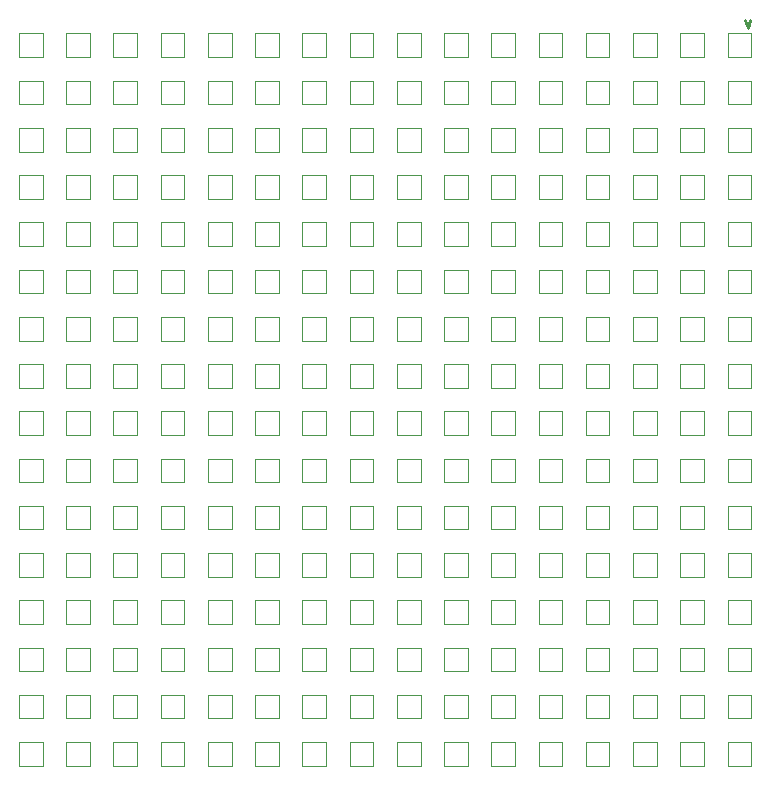
<source format=gbr>
G04 #@! TF.FileFunction,Legend,Top*
%FSLAX46Y46*%
G04 Gerber Fmt 4.6, Leading zero omitted, Abs format (unit mm)*
G04 Created by KiCad (PCBNEW 4.0.7) date 05/12/18 12:12:21*
%MOMM*%
%LPD*%
G01*
G04 APERTURE LIST*
%ADD10C,0.100000*%
%ADD11C,0.250000*%
G04 APERTURE END LIST*
D10*
D11*
X164961905Y-102375714D02*
X165200000Y-103042381D01*
X165438096Y-102375714D01*
D10*
X109500000Y-131500000D02*
X109500000Y-133500000D01*
X107500000Y-131500000D02*
X109500000Y-131500000D01*
X107500000Y-133500000D02*
X107500000Y-131500000D01*
X109500000Y-133500000D02*
X107500000Y-133500000D01*
X125500000Y-127500000D02*
X125500000Y-129500000D01*
X123500000Y-127500000D02*
X125500000Y-127500000D01*
X123500000Y-129500000D02*
X123500000Y-127500000D01*
X125500000Y-129500000D02*
X123500000Y-129500000D01*
X161500000Y-123500000D02*
X161500000Y-125500000D01*
X159500000Y-123500000D02*
X161500000Y-123500000D01*
X159500000Y-125500000D02*
X159500000Y-123500000D01*
X161500000Y-125500000D02*
X159500000Y-125500000D01*
X121500000Y-107500000D02*
X121500000Y-109500000D01*
X119500000Y-107500000D02*
X121500000Y-107500000D01*
X119500000Y-109500000D02*
X119500000Y-107500000D01*
X121500000Y-109500000D02*
X119500000Y-109500000D01*
X105500000Y-103500000D02*
X105500000Y-105500000D01*
X103500000Y-103500000D02*
X105500000Y-103500000D01*
X103500000Y-105500000D02*
X103500000Y-103500000D01*
X105500000Y-105500000D02*
X103500000Y-105500000D01*
X109500000Y-103500000D02*
X109500000Y-105500000D01*
X107500000Y-103500000D02*
X109500000Y-103500000D01*
X107500000Y-105500000D02*
X107500000Y-103500000D01*
X109500000Y-105500000D02*
X107500000Y-105500000D01*
X113500000Y-103500000D02*
X113500000Y-105500000D01*
X111500000Y-103500000D02*
X113500000Y-103500000D01*
X111500000Y-105500000D02*
X111500000Y-103500000D01*
X113500000Y-105500000D02*
X111500000Y-105500000D01*
X117500000Y-103500000D02*
X117500000Y-105500000D01*
X115500000Y-103500000D02*
X117500000Y-103500000D01*
X115500000Y-105500000D02*
X115500000Y-103500000D01*
X117500000Y-105500000D02*
X115500000Y-105500000D01*
X121500000Y-103500000D02*
X121500000Y-105500000D01*
X119500000Y-103500000D02*
X121500000Y-103500000D01*
X119500000Y-105500000D02*
X119500000Y-103500000D01*
X121500000Y-105500000D02*
X119500000Y-105500000D01*
X125500000Y-103500000D02*
X125500000Y-105500000D01*
X123500000Y-103500000D02*
X125500000Y-103500000D01*
X123500000Y-105500000D02*
X123500000Y-103500000D01*
X125500000Y-105500000D02*
X123500000Y-105500000D01*
X129500000Y-103500000D02*
X129500000Y-105500000D01*
X127500000Y-103500000D02*
X129500000Y-103500000D01*
X127500000Y-105500000D02*
X127500000Y-103500000D01*
X129500000Y-105500000D02*
X127500000Y-105500000D01*
X133500000Y-103500000D02*
X133500000Y-105500000D01*
X131500000Y-103500000D02*
X133500000Y-103500000D01*
X131500000Y-105500000D02*
X131500000Y-103500000D01*
X133500000Y-105500000D02*
X131500000Y-105500000D01*
X137500000Y-103500000D02*
X137500000Y-105500000D01*
X135500000Y-103500000D02*
X137500000Y-103500000D01*
X135500000Y-105500000D02*
X135500000Y-103500000D01*
X137500000Y-105500000D02*
X135500000Y-105500000D01*
X141500000Y-103500000D02*
X141500000Y-105500000D01*
X139500000Y-103500000D02*
X141500000Y-103500000D01*
X139500000Y-105500000D02*
X139500000Y-103500000D01*
X141500000Y-105500000D02*
X139500000Y-105500000D01*
X145500000Y-103500000D02*
X145500000Y-105500000D01*
X143500000Y-103500000D02*
X145500000Y-103500000D01*
X143500000Y-105500000D02*
X143500000Y-103500000D01*
X145500000Y-105500000D02*
X143500000Y-105500000D01*
X149500000Y-103500000D02*
X149500000Y-105500000D01*
X147500000Y-103500000D02*
X149500000Y-103500000D01*
X147500000Y-105500000D02*
X147500000Y-103500000D01*
X149500000Y-105500000D02*
X147500000Y-105500000D01*
X153500000Y-103500000D02*
X153500000Y-105500000D01*
X151500000Y-103500000D02*
X153500000Y-103500000D01*
X151500000Y-105500000D02*
X151500000Y-103500000D01*
X153500000Y-105500000D02*
X151500000Y-105500000D01*
X157500000Y-103500000D02*
X157500000Y-105500000D01*
X155500000Y-103500000D02*
X157500000Y-103500000D01*
X155500000Y-105500000D02*
X155500000Y-103500000D01*
X157500000Y-105500000D02*
X155500000Y-105500000D01*
X161500000Y-103500000D02*
X161500000Y-105500000D01*
X159500000Y-103500000D02*
X161500000Y-103500000D01*
X159500000Y-105500000D02*
X159500000Y-103500000D01*
X161500000Y-105500000D02*
X159500000Y-105500000D01*
X165500000Y-103500000D02*
X165500000Y-105500000D01*
X163500000Y-103500000D02*
X165500000Y-103500000D01*
X163500000Y-105500000D02*
X163500000Y-103500000D01*
X165500000Y-105500000D02*
X163500000Y-105500000D01*
X105500000Y-107500000D02*
X105500000Y-109500000D01*
X103500000Y-107500000D02*
X105500000Y-107500000D01*
X103500000Y-109500000D02*
X103500000Y-107500000D01*
X105500000Y-109500000D02*
X103500000Y-109500000D01*
X109500000Y-107500000D02*
X109500000Y-109500000D01*
X107500000Y-107500000D02*
X109500000Y-107500000D01*
X107500000Y-109500000D02*
X107500000Y-107500000D01*
X109500000Y-109500000D02*
X107500000Y-109500000D01*
X113500000Y-107500000D02*
X113500000Y-109500000D01*
X111500000Y-107500000D02*
X113500000Y-107500000D01*
X111500000Y-109500000D02*
X111500000Y-107500000D01*
X113500000Y-109500000D02*
X111500000Y-109500000D01*
X117500000Y-107500000D02*
X117500000Y-109500000D01*
X115500000Y-107500000D02*
X117500000Y-107500000D01*
X115500000Y-109500000D02*
X115500000Y-107500000D01*
X117500000Y-109500000D02*
X115500000Y-109500000D01*
X125500000Y-107500000D02*
X125500000Y-109500000D01*
X123500000Y-107500000D02*
X125500000Y-107500000D01*
X123500000Y-109500000D02*
X123500000Y-107500000D01*
X125500000Y-109500000D02*
X123500000Y-109500000D01*
X129500000Y-107500000D02*
X129500000Y-109500000D01*
X127500000Y-107500000D02*
X129500000Y-107500000D01*
X127500000Y-109500000D02*
X127500000Y-107500000D01*
X129500000Y-109500000D02*
X127500000Y-109500000D01*
X133500000Y-107500000D02*
X133500000Y-109500000D01*
X131500000Y-107500000D02*
X133500000Y-107500000D01*
X131500000Y-109500000D02*
X131500000Y-107500000D01*
X133500000Y-109500000D02*
X131500000Y-109500000D01*
X137500000Y-107500000D02*
X137500000Y-109500000D01*
X135500000Y-107500000D02*
X137500000Y-107500000D01*
X135500000Y-109500000D02*
X135500000Y-107500000D01*
X137500000Y-109500000D02*
X135500000Y-109500000D01*
X141500000Y-107500000D02*
X141500000Y-109500000D01*
X139500000Y-107500000D02*
X141500000Y-107500000D01*
X139500000Y-109500000D02*
X139500000Y-107500000D01*
X141500000Y-109500000D02*
X139500000Y-109500000D01*
X145500000Y-107500000D02*
X145500000Y-109500000D01*
X143500000Y-107500000D02*
X145500000Y-107500000D01*
X143500000Y-109500000D02*
X143500000Y-107500000D01*
X145500000Y-109500000D02*
X143500000Y-109500000D01*
X149500000Y-107500000D02*
X149500000Y-109500000D01*
X147500000Y-107500000D02*
X149500000Y-107500000D01*
X147500000Y-109500000D02*
X147500000Y-107500000D01*
X149500000Y-109500000D02*
X147500000Y-109500000D01*
X153500000Y-107500000D02*
X153500000Y-109500000D01*
X151500000Y-107500000D02*
X153500000Y-107500000D01*
X151500000Y-109500000D02*
X151500000Y-107500000D01*
X153500000Y-109500000D02*
X151500000Y-109500000D01*
X157500000Y-107500000D02*
X157500000Y-109500000D01*
X155500000Y-107500000D02*
X157500000Y-107500000D01*
X155500000Y-109500000D02*
X155500000Y-107500000D01*
X157500000Y-109500000D02*
X155500000Y-109500000D01*
X161500000Y-107500000D02*
X161500000Y-109500000D01*
X159500000Y-107500000D02*
X161500000Y-107500000D01*
X159500000Y-109500000D02*
X159500000Y-107500000D01*
X161500000Y-109500000D02*
X159500000Y-109500000D01*
X165500000Y-107500000D02*
X165500000Y-109500000D01*
X163500000Y-107500000D02*
X165500000Y-107500000D01*
X163500000Y-109500000D02*
X163500000Y-107500000D01*
X165500000Y-109500000D02*
X163500000Y-109500000D01*
X105500000Y-111500000D02*
X105500000Y-113500000D01*
X103500000Y-111500000D02*
X105500000Y-111500000D01*
X103500000Y-113500000D02*
X103500000Y-111500000D01*
X105500000Y-113500000D02*
X103500000Y-113500000D01*
X109500000Y-111500000D02*
X109500000Y-113500000D01*
X107500000Y-111500000D02*
X109500000Y-111500000D01*
X107500000Y-113500000D02*
X107500000Y-111500000D01*
X109500000Y-113500000D02*
X107500000Y-113500000D01*
X113500000Y-111500000D02*
X113500000Y-113500000D01*
X111500000Y-111500000D02*
X113500000Y-111500000D01*
X111500000Y-113500000D02*
X111500000Y-111500000D01*
X113500000Y-113500000D02*
X111500000Y-113500000D01*
X117500000Y-111500000D02*
X117500000Y-113500000D01*
X115500000Y-111500000D02*
X117500000Y-111500000D01*
X115500000Y-113500000D02*
X115500000Y-111500000D01*
X117500000Y-113500000D02*
X115500000Y-113500000D01*
X121500000Y-111500000D02*
X121500000Y-113500000D01*
X119500000Y-111500000D02*
X121500000Y-111500000D01*
X119500000Y-113500000D02*
X119500000Y-111500000D01*
X121500000Y-113500000D02*
X119500000Y-113500000D01*
X125500000Y-111500000D02*
X125500000Y-113500000D01*
X123500000Y-111500000D02*
X125500000Y-111500000D01*
X123500000Y-113500000D02*
X123500000Y-111500000D01*
X125500000Y-113500000D02*
X123500000Y-113500000D01*
X129500000Y-111500000D02*
X129500000Y-113500000D01*
X127500000Y-111500000D02*
X129500000Y-111500000D01*
X127500000Y-113500000D02*
X127500000Y-111500000D01*
X129500000Y-113500000D02*
X127500000Y-113500000D01*
X133500000Y-111500000D02*
X133500000Y-113500000D01*
X131500000Y-111500000D02*
X133500000Y-111500000D01*
X131500000Y-113500000D02*
X131500000Y-111500000D01*
X133500000Y-113500000D02*
X131500000Y-113500000D01*
X137500000Y-111500000D02*
X137500000Y-113500000D01*
X135500000Y-111500000D02*
X137500000Y-111500000D01*
X135500000Y-113500000D02*
X135500000Y-111500000D01*
X137500000Y-113500000D02*
X135500000Y-113500000D01*
X141500000Y-111500000D02*
X141500000Y-113500000D01*
X139500000Y-111500000D02*
X141500000Y-111500000D01*
X139500000Y-113500000D02*
X139500000Y-111500000D01*
X141500000Y-113500000D02*
X139500000Y-113500000D01*
X145500000Y-111500000D02*
X145500000Y-113500000D01*
X143500000Y-111500000D02*
X145500000Y-111500000D01*
X143500000Y-113500000D02*
X143500000Y-111500000D01*
X145500000Y-113500000D02*
X143500000Y-113500000D01*
X149500000Y-111500000D02*
X149500000Y-113500000D01*
X147500000Y-111500000D02*
X149500000Y-111500000D01*
X147500000Y-113500000D02*
X147500000Y-111500000D01*
X149500000Y-113500000D02*
X147500000Y-113500000D01*
X153500000Y-111500000D02*
X153500000Y-113500000D01*
X151500000Y-111500000D02*
X153500000Y-111500000D01*
X151500000Y-113500000D02*
X151500000Y-111500000D01*
X153500000Y-113500000D02*
X151500000Y-113500000D01*
X157500000Y-111500000D02*
X157500000Y-113500000D01*
X155500000Y-111500000D02*
X157500000Y-111500000D01*
X155500000Y-113500000D02*
X155500000Y-111500000D01*
X157500000Y-113500000D02*
X155500000Y-113500000D01*
X161500000Y-111500000D02*
X161500000Y-113500000D01*
X159500000Y-111500000D02*
X161500000Y-111500000D01*
X159500000Y-113500000D02*
X159500000Y-111500000D01*
X161500000Y-113500000D02*
X159500000Y-113500000D01*
X165500000Y-111500000D02*
X165500000Y-113500000D01*
X163500000Y-111500000D02*
X165500000Y-111500000D01*
X163500000Y-113500000D02*
X163500000Y-111500000D01*
X165500000Y-113500000D02*
X163500000Y-113500000D01*
X105500000Y-115500000D02*
X105500000Y-117500000D01*
X103500000Y-115500000D02*
X105500000Y-115500000D01*
X103500000Y-117500000D02*
X103500000Y-115500000D01*
X105500000Y-117500000D02*
X103500000Y-117500000D01*
X109500000Y-115500000D02*
X109500000Y-117500000D01*
X107500000Y-115500000D02*
X109500000Y-115500000D01*
X107500000Y-117500000D02*
X107500000Y-115500000D01*
X109500000Y-117500000D02*
X107500000Y-117500000D01*
X113500000Y-115500000D02*
X113500000Y-117500000D01*
X111500000Y-115500000D02*
X113500000Y-115500000D01*
X111500000Y-117500000D02*
X111500000Y-115500000D01*
X113500000Y-117500000D02*
X111500000Y-117500000D01*
X117500000Y-115500000D02*
X117500000Y-117500000D01*
X115500000Y-115500000D02*
X117500000Y-115500000D01*
X115500000Y-117500000D02*
X115500000Y-115500000D01*
X117500000Y-117500000D02*
X115500000Y-117500000D01*
X121500000Y-115500000D02*
X121500000Y-117500000D01*
X119500000Y-115500000D02*
X121500000Y-115500000D01*
X119500000Y-117500000D02*
X119500000Y-115500000D01*
X121500000Y-117500000D02*
X119500000Y-117500000D01*
X125500000Y-115500000D02*
X125500000Y-117500000D01*
X123500000Y-115500000D02*
X125500000Y-115500000D01*
X123500000Y-117500000D02*
X123500000Y-115500000D01*
X125500000Y-117500000D02*
X123500000Y-117500000D01*
X129500000Y-115500000D02*
X129500000Y-117500000D01*
X127500000Y-115500000D02*
X129500000Y-115500000D01*
X127500000Y-117500000D02*
X127500000Y-115500000D01*
X129500000Y-117500000D02*
X127500000Y-117500000D01*
X133500000Y-115500000D02*
X133500000Y-117500000D01*
X131500000Y-115500000D02*
X133500000Y-115500000D01*
X131500000Y-117500000D02*
X131500000Y-115500000D01*
X133500000Y-117500000D02*
X131500000Y-117500000D01*
X137500000Y-115500000D02*
X137500000Y-117500000D01*
X135500000Y-115500000D02*
X137500000Y-115500000D01*
X135500000Y-117500000D02*
X135500000Y-115500000D01*
X137500000Y-117500000D02*
X135500000Y-117500000D01*
X141500000Y-115500000D02*
X141500000Y-117500000D01*
X139500000Y-115500000D02*
X141500000Y-115500000D01*
X139500000Y-117500000D02*
X139500000Y-115500000D01*
X141500000Y-117500000D02*
X139500000Y-117500000D01*
X145500000Y-115500000D02*
X145500000Y-117500000D01*
X143500000Y-115500000D02*
X145500000Y-115500000D01*
X143500000Y-117500000D02*
X143500000Y-115500000D01*
X145500000Y-117500000D02*
X143500000Y-117500000D01*
X149500000Y-115500000D02*
X149500000Y-117500000D01*
X147500000Y-115500000D02*
X149500000Y-115500000D01*
X147500000Y-117500000D02*
X147500000Y-115500000D01*
X149500000Y-117500000D02*
X147500000Y-117500000D01*
X153500000Y-115500000D02*
X153500000Y-117500000D01*
X151500000Y-115500000D02*
X153500000Y-115500000D01*
X151500000Y-117500000D02*
X151500000Y-115500000D01*
X153500000Y-117500000D02*
X151500000Y-117500000D01*
X157500000Y-115500000D02*
X157500000Y-117500000D01*
X155500000Y-115500000D02*
X157500000Y-115500000D01*
X155500000Y-117500000D02*
X155500000Y-115500000D01*
X157500000Y-117500000D02*
X155500000Y-117500000D01*
X161500000Y-115500000D02*
X161500000Y-117500000D01*
X159500000Y-115500000D02*
X161500000Y-115500000D01*
X159500000Y-117500000D02*
X159500000Y-115500000D01*
X161500000Y-117500000D02*
X159500000Y-117500000D01*
X165500000Y-115500000D02*
X165500000Y-117500000D01*
X163500000Y-115500000D02*
X165500000Y-115500000D01*
X163500000Y-117500000D02*
X163500000Y-115500000D01*
X165500000Y-117500000D02*
X163500000Y-117500000D01*
X105500000Y-119500000D02*
X105500000Y-121500000D01*
X103500000Y-119500000D02*
X105500000Y-119500000D01*
X103500000Y-121500000D02*
X103500000Y-119500000D01*
X105500000Y-121500000D02*
X103500000Y-121500000D01*
X109500000Y-119500000D02*
X109500000Y-121500000D01*
X107500000Y-119500000D02*
X109500000Y-119500000D01*
X107500000Y-121500000D02*
X107500000Y-119500000D01*
X109500000Y-121500000D02*
X107500000Y-121500000D01*
X113500000Y-119500000D02*
X113500000Y-121500000D01*
X111500000Y-119500000D02*
X113500000Y-119500000D01*
X111500000Y-121500000D02*
X111500000Y-119500000D01*
X113500000Y-121500000D02*
X111500000Y-121500000D01*
X117500000Y-119500000D02*
X117500000Y-121500000D01*
X115500000Y-119500000D02*
X117500000Y-119500000D01*
X115500000Y-121500000D02*
X115500000Y-119500000D01*
X117500000Y-121500000D02*
X115500000Y-121500000D01*
X121500000Y-119500000D02*
X121500000Y-121500000D01*
X119500000Y-119500000D02*
X121500000Y-119500000D01*
X119500000Y-121500000D02*
X119500000Y-119500000D01*
X121500000Y-121500000D02*
X119500000Y-121500000D01*
X125500000Y-119500000D02*
X125500000Y-121500000D01*
X123500000Y-119500000D02*
X125500000Y-119500000D01*
X123500000Y-121500000D02*
X123500000Y-119500000D01*
X125500000Y-121500000D02*
X123500000Y-121500000D01*
X129500000Y-119500000D02*
X129500000Y-121500000D01*
X127500000Y-119500000D02*
X129500000Y-119500000D01*
X127500000Y-121500000D02*
X127500000Y-119500000D01*
X129500000Y-121500000D02*
X127500000Y-121500000D01*
X133500000Y-119500000D02*
X133500000Y-121500000D01*
X131500000Y-119500000D02*
X133500000Y-119500000D01*
X131500000Y-121500000D02*
X131500000Y-119500000D01*
X133500000Y-121500000D02*
X131500000Y-121500000D01*
X137500000Y-119500000D02*
X137500000Y-121500000D01*
X135500000Y-119500000D02*
X137500000Y-119500000D01*
X135500000Y-121500000D02*
X135500000Y-119500000D01*
X137500000Y-121500000D02*
X135500000Y-121500000D01*
X141500000Y-119500000D02*
X141500000Y-121500000D01*
X139500000Y-119500000D02*
X141500000Y-119500000D01*
X139500000Y-121500000D02*
X139500000Y-119500000D01*
X141500000Y-121500000D02*
X139500000Y-121500000D01*
X145500000Y-119500000D02*
X145500000Y-121500000D01*
X143500000Y-119500000D02*
X145500000Y-119500000D01*
X143500000Y-121500000D02*
X143500000Y-119500000D01*
X145500000Y-121500000D02*
X143500000Y-121500000D01*
X149500000Y-119500000D02*
X149500000Y-121500000D01*
X147500000Y-119500000D02*
X149500000Y-119500000D01*
X147500000Y-121500000D02*
X147500000Y-119500000D01*
X149500000Y-121500000D02*
X147500000Y-121500000D01*
X153500000Y-119500000D02*
X153500000Y-121500000D01*
X151500000Y-119500000D02*
X153500000Y-119500000D01*
X151500000Y-121500000D02*
X151500000Y-119500000D01*
X153500000Y-121500000D02*
X151500000Y-121500000D01*
X157500000Y-119500000D02*
X157500000Y-121500000D01*
X155500000Y-119500000D02*
X157500000Y-119500000D01*
X155500000Y-121500000D02*
X155500000Y-119500000D01*
X157500000Y-121500000D02*
X155500000Y-121500000D01*
X161500000Y-119500000D02*
X161500000Y-121500000D01*
X159500000Y-119500000D02*
X161500000Y-119500000D01*
X159500000Y-121500000D02*
X159500000Y-119500000D01*
X161500000Y-121500000D02*
X159500000Y-121500000D01*
X165500000Y-119500000D02*
X165500000Y-121500000D01*
X163500000Y-119500000D02*
X165500000Y-119500000D01*
X163500000Y-121500000D02*
X163500000Y-119500000D01*
X165500000Y-121500000D02*
X163500000Y-121500000D01*
X105500000Y-123500000D02*
X105500000Y-125500000D01*
X103500000Y-123500000D02*
X105500000Y-123500000D01*
X103500000Y-125500000D02*
X103500000Y-123500000D01*
X105500000Y-125500000D02*
X103500000Y-125500000D01*
X109500000Y-123500000D02*
X109500000Y-125500000D01*
X107500000Y-123500000D02*
X109500000Y-123500000D01*
X107500000Y-125500000D02*
X107500000Y-123500000D01*
X109500000Y-125500000D02*
X107500000Y-125500000D01*
X113500000Y-123500000D02*
X113500000Y-125500000D01*
X111500000Y-123500000D02*
X113500000Y-123500000D01*
X111500000Y-125500000D02*
X111500000Y-123500000D01*
X113500000Y-125500000D02*
X111500000Y-125500000D01*
X117500000Y-123500000D02*
X117500000Y-125500000D01*
X115500000Y-123500000D02*
X117500000Y-123500000D01*
X115500000Y-125500000D02*
X115500000Y-123500000D01*
X117500000Y-125500000D02*
X115500000Y-125500000D01*
X121500000Y-123500000D02*
X121500000Y-125500000D01*
X119500000Y-123500000D02*
X121500000Y-123500000D01*
X119500000Y-125500000D02*
X119500000Y-123500000D01*
X121500000Y-125500000D02*
X119500000Y-125500000D01*
X125500000Y-123500000D02*
X125500000Y-125500000D01*
X123500000Y-123500000D02*
X125500000Y-123500000D01*
X123500000Y-125500000D02*
X123500000Y-123500000D01*
X125500000Y-125500000D02*
X123500000Y-125500000D01*
X129500000Y-123500000D02*
X129500000Y-125500000D01*
X127500000Y-123500000D02*
X129500000Y-123500000D01*
X127500000Y-125500000D02*
X127500000Y-123500000D01*
X129500000Y-125500000D02*
X127500000Y-125500000D01*
X133500000Y-123500000D02*
X133500000Y-125500000D01*
X131500000Y-123500000D02*
X133500000Y-123500000D01*
X131500000Y-125500000D02*
X131500000Y-123500000D01*
X133500000Y-125500000D02*
X131500000Y-125500000D01*
X137500000Y-123500000D02*
X137500000Y-125500000D01*
X135500000Y-123500000D02*
X137500000Y-123500000D01*
X135500000Y-125500000D02*
X135500000Y-123500000D01*
X137500000Y-125500000D02*
X135500000Y-125500000D01*
X141500000Y-123500000D02*
X141500000Y-125500000D01*
X139500000Y-123500000D02*
X141500000Y-123500000D01*
X139500000Y-125500000D02*
X139500000Y-123500000D01*
X141500000Y-125500000D02*
X139500000Y-125500000D01*
X145500000Y-123500000D02*
X145500000Y-125500000D01*
X143500000Y-123500000D02*
X145500000Y-123500000D01*
X143500000Y-125500000D02*
X143500000Y-123500000D01*
X145500000Y-125500000D02*
X143500000Y-125500000D01*
X149500000Y-123500000D02*
X149500000Y-125500000D01*
X147500000Y-123500000D02*
X149500000Y-123500000D01*
X147500000Y-125500000D02*
X147500000Y-123500000D01*
X149500000Y-125500000D02*
X147500000Y-125500000D01*
X153500000Y-123500000D02*
X153500000Y-125500000D01*
X151500000Y-123500000D02*
X153500000Y-123500000D01*
X151500000Y-125500000D02*
X151500000Y-123500000D01*
X153500000Y-125500000D02*
X151500000Y-125500000D01*
X157500000Y-123500000D02*
X157500000Y-125500000D01*
X155500000Y-123500000D02*
X157500000Y-123500000D01*
X155500000Y-125500000D02*
X155500000Y-123500000D01*
X157500000Y-125500000D02*
X155500000Y-125500000D01*
X165500000Y-123500000D02*
X165500000Y-125500000D01*
X163500000Y-123500000D02*
X165500000Y-123500000D01*
X163500000Y-125500000D02*
X163500000Y-123500000D01*
X165500000Y-125500000D02*
X163500000Y-125500000D01*
X105500000Y-127500000D02*
X105500000Y-129500000D01*
X103500000Y-127500000D02*
X105500000Y-127500000D01*
X103500000Y-129500000D02*
X103500000Y-127500000D01*
X105500000Y-129500000D02*
X103500000Y-129500000D01*
X109500000Y-127500000D02*
X109500000Y-129500000D01*
X107500000Y-127500000D02*
X109500000Y-127500000D01*
X107500000Y-129500000D02*
X107500000Y-127500000D01*
X109500000Y-129500000D02*
X107500000Y-129500000D01*
X113500000Y-127500000D02*
X113500000Y-129500000D01*
X111500000Y-127500000D02*
X113500000Y-127500000D01*
X111500000Y-129500000D02*
X111500000Y-127500000D01*
X113500000Y-129500000D02*
X111500000Y-129500000D01*
X117500000Y-127500000D02*
X117500000Y-129500000D01*
X115500000Y-127500000D02*
X117500000Y-127500000D01*
X115500000Y-129500000D02*
X115500000Y-127500000D01*
X117500000Y-129500000D02*
X115500000Y-129500000D01*
X121500000Y-127500000D02*
X121500000Y-129500000D01*
X119500000Y-127500000D02*
X121500000Y-127500000D01*
X119500000Y-129500000D02*
X119500000Y-127500000D01*
X121500000Y-129500000D02*
X119500000Y-129500000D01*
X129500000Y-127500000D02*
X129500000Y-129500000D01*
X127500000Y-127500000D02*
X129500000Y-127500000D01*
X127500000Y-129500000D02*
X127500000Y-127500000D01*
X129500000Y-129500000D02*
X127500000Y-129500000D01*
X133500000Y-127500000D02*
X133500000Y-129500000D01*
X131500000Y-127500000D02*
X133500000Y-127500000D01*
X131500000Y-129500000D02*
X131500000Y-127500000D01*
X133500000Y-129500000D02*
X131500000Y-129500000D01*
X137500000Y-127500000D02*
X137500000Y-129500000D01*
X135500000Y-127500000D02*
X137500000Y-127500000D01*
X135500000Y-129500000D02*
X135500000Y-127500000D01*
X137500000Y-129500000D02*
X135500000Y-129500000D01*
X141500000Y-127500000D02*
X141500000Y-129500000D01*
X139500000Y-127500000D02*
X141500000Y-127500000D01*
X139500000Y-129500000D02*
X139500000Y-127500000D01*
X141500000Y-129500000D02*
X139500000Y-129500000D01*
X145500000Y-127500000D02*
X145500000Y-129500000D01*
X143500000Y-127500000D02*
X145500000Y-127500000D01*
X143500000Y-129500000D02*
X143500000Y-127500000D01*
X145500000Y-129500000D02*
X143500000Y-129500000D01*
X149500000Y-127500000D02*
X149500000Y-129500000D01*
X147500000Y-127500000D02*
X149500000Y-127500000D01*
X147500000Y-129500000D02*
X147500000Y-127500000D01*
X149500000Y-129500000D02*
X147500000Y-129500000D01*
X153500000Y-127500000D02*
X153500000Y-129500000D01*
X151500000Y-127500000D02*
X153500000Y-127500000D01*
X151500000Y-129500000D02*
X151500000Y-127500000D01*
X153500000Y-129500000D02*
X151500000Y-129500000D01*
X157500000Y-127500000D02*
X157500000Y-129500000D01*
X155500000Y-127500000D02*
X157500000Y-127500000D01*
X155500000Y-129500000D02*
X155500000Y-127500000D01*
X157500000Y-129500000D02*
X155500000Y-129500000D01*
X161500000Y-127500000D02*
X161500000Y-129500000D01*
X159500000Y-127500000D02*
X161500000Y-127500000D01*
X159500000Y-129500000D02*
X159500000Y-127500000D01*
X161500000Y-129500000D02*
X159500000Y-129500000D01*
X165500000Y-127500000D02*
X165500000Y-129500000D01*
X163500000Y-127500000D02*
X165500000Y-127500000D01*
X163500000Y-129500000D02*
X163500000Y-127500000D01*
X165500000Y-129500000D02*
X163500000Y-129500000D01*
X105500000Y-131500000D02*
X105500000Y-133500000D01*
X103500000Y-131500000D02*
X105500000Y-131500000D01*
X103500000Y-133500000D02*
X103500000Y-131500000D01*
X105500000Y-133500000D02*
X103500000Y-133500000D01*
X113500000Y-131500000D02*
X113500000Y-133500000D01*
X111500000Y-131500000D02*
X113500000Y-131500000D01*
X111500000Y-133500000D02*
X111500000Y-131500000D01*
X113500000Y-133500000D02*
X111500000Y-133500000D01*
X117500000Y-131500000D02*
X117500000Y-133500000D01*
X115500000Y-131500000D02*
X117500000Y-131500000D01*
X115500000Y-133500000D02*
X115500000Y-131500000D01*
X117500000Y-133500000D02*
X115500000Y-133500000D01*
X121500000Y-131500000D02*
X121500000Y-133500000D01*
X119500000Y-131500000D02*
X121500000Y-131500000D01*
X119500000Y-133500000D02*
X119500000Y-131500000D01*
X121500000Y-133500000D02*
X119500000Y-133500000D01*
X125500000Y-131500000D02*
X125500000Y-133500000D01*
X123500000Y-131500000D02*
X125500000Y-131500000D01*
X123500000Y-133500000D02*
X123500000Y-131500000D01*
X125500000Y-133500000D02*
X123500000Y-133500000D01*
X129500000Y-131500000D02*
X129500000Y-133500000D01*
X127500000Y-131500000D02*
X129500000Y-131500000D01*
X127500000Y-133500000D02*
X127500000Y-131500000D01*
X129500000Y-133500000D02*
X127500000Y-133500000D01*
X133500000Y-131500000D02*
X133500000Y-133500000D01*
X131500000Y-131500000D02*
X133500000Y-131500000D01*
X131500000Y-133500000D02*
X131500000Y-131500000D01*
X133500000Y-133500000D02*
X131500000Y-133500000D01*
X137500000Y-131500000D02*
X137500000Y-133500000D01*
X135500000Y-131500000D02*
X137500000Y-131500000D01*
X135500000Y-133500000D02*
X135500000Y-131500000D01*
X137500000Y-133500000D02*
X135500000Y-133500000D01*
X141500000Y-131500000D02*
X141500000Y-133500000D01*
X139500000Y-131500000D02*
X141500000Y-131500000D01*
X139500000Y-133500000D02*
X139500000Y-131500000D01*
X141500000Y-133500000D02*
X139500000Y-133500000D01*
X145500000Y-131500000D02*
X145500000Y-133500000D01*
X143500000Y-131500000D02*
X145500000Y-131500000D01*
X143500000Y-133500000D02*
X143500000Y-131500000D01*
X145500000Y-133500000D02*
X143500000Y-133500000D01*
X149500000Y-131500000D02*
X149500000Y-133500000D01*
X147500000Y-131500000D02*
X149500000Y-131500000D01*
X147500000Y-133500000D02*
X147500000Y-131500000D01*
X149500000Y-133500000D02*
X147500000Y-133500000D01*
X153500000Y-131500000D02*
X153500000Y-133500000D01*
X151500000Y-131500000D02*
X153500000Y-131500000D01*
X151500000Y-133500000D02*
X151500000Y-131500000D01*
X153500000Y-133500000D02*
X151500000Y-133500000D01*
X157500000Y-131500000D02*
X157500000Y-133500000D01*
X155500000Y-131500000D02*
X157500000Y-131500000D01*
X155500000Y-133500000D02*
X155500000Y-131500000D01*
X157500000Y-133500000D02*
X155500000Y-133500000D01*
X161500000Y-131500000D02*
X161500000Y-133500000D01*
X159500000Y-131500000D02*
X161500000Y-131500000D01*
X159500000Y-133500000D02*
X159500000Y-131500000D01*
X161500000Y-133500000D02*
X159500000Y-133500000D01*
X165500000Y-131500000D02*
X165500000Y-133500000D01*
X163500000Y-131500000D02*
X165500000Y-131500000D01*
X163500000Y-133500000D02*
X163500000Y-131500000D01*
X165500000Y-133500000D02*
X163500000Y-133500000D01*
X105500000Y-135500000D02*
X105500000Y-137500000D01*
X103500000Y-135500000D02*
X105500000Y-135500000D01*
X103500000Y-137500000D02*
X103500000Y-135500000D01*
X105500000Y-137500000D02*
X103500000Y-137500000D01*
X109500000Y-135500000D02*
X109500000Y-137500000D01*
X107500000Y-135500000D02*
X109500000Y-135500000D01*
X107500000Y-137500000D02*
X107500000Y-135500000D01*
X109500000Y-137500000D02*
X107500000Y-137500000D01*
X113500000Y-135500000D02*
X113500000Y-137500000D01*
X111500000Y-135500000D02*
X113500000Y-135500000D01*
X111500000Y-137500000D02*
X111500000Y-135500000D01*
X113500000Y-137500000D02*
X111500000Y-137500000D01*
X117500000Y-135500000D02*
X117500000Y-137500000D01*
X115500000Y-135500000D02*
X117500000Y-135500000D01*
X115500000Y-137500000D02*
X115500000Y-135500000D01*
X117500000Y-137500000D02*
X115500000Y-137500000D01*
X121500000Y-135500000D02*
X121500000Y-137500000D01*
X119500000Y-135500000D02*
X121500000Y-135500000D01*
X119500000Y-137500000D02*
X119500000Y-135500000D01*
X121500000Y-137500000D02*
X119500000Y-137500000D01*
X125500000Y-135500000D02*
X125500000Y-137500000D01*
X123500000Y-135500000D02*
X125500000Y-135500000D01*
X123500000Y-137500000D02*
X123500000Y-135500000D01*
X125500000Y-137500000D02*
X123500000Y-137500000D01*
X129500000Y-135500000D02*
X129500000Y-137500000D01*
X127500000Y-135500000D02*
X129500000Y-135500000D01*
X127500000Y-137500000D02*
X127500000Y-135500000D01*
X129500000Y-137500000D02*
X127500000Y-137500000D01*
X133500000Y-135500000D02*
X133500000Y-137500000D01*
X131500000Y-135500000D02*
X133500000Y-135500000D01*
X131500000Y-137500000D02*
X131500000Y-135500000D01*
X133500000Y-137500000D02*
X131500000Y-137500000D01*
X137500000Y-135500000D02*
X137500000Y-137500000D01*
X135500000Y-135500000D02*
X137500000Y-135500000D01*
X135500000Y-137500000D02*
X135500000Y-135500000D01*
X137500000Y-137500000D02*
X135500000Y-137500000D01*
X141500000Y-135500000D02*
X141500000Y-137500000D01*
X139500000Y-135500000D02*
X141500000Y-135500000D01*
X139500000Y-137500000D02*
X139500000Y-135500000D01*
X141500000Y-137500000D02*
X139500000Y-137500000D01*
X145500000Y-135500000D02*
X145500000Y-137500000D01*
X143500000Y-135500000D02*
X145500000Y-135500000D01*
X143500000Y-137500000D02*
X143500000Y-135500000D01*
X145500000Y-137500000D02*
X143500000Y-137500000D01*
X149500000Y-135500000D02*
X149500000Y-137500000D01*
X147500000Y-135500000D02*
X149500000Y-135500000D01*
X147500000Y-137500000D02*
X147500000Y-135500000D01*
X149500000Y-137500000D02*
X147500000Y-137500000D01*
X153500000Y-135500000D02*
X153500000Y-137500000D01*
X151500000Y-135500000D02*
X153500000Y-135500000D01*
X151500000Y-137500000D02*
X151500000Y-135500000D01*
X153500000Y-137500000D02*
X151500000Y-137500000D01*
X157500000Y-135500000D02*
X157500000Y-137500000D01*
X155500000Y-135500000D02*
X157500000Y-135500000D01*
X155500000Y-137500000D02*
X155500000Y-135500000D01*
X157500000Y-137500000D02*
X155500000Y-137500000D01*
X161500000Y-135500000D02*
X161500000Y-137500000D01*
X159500000Y-135500000D02*
X161500000Y-135500000D01*
X159500000Y-137500000D02*
X159500000Y-135500000D01*
X161500000Y-137500000D02*
X159500000Y-137500000D01*
X165500000Y-135500000D02*
X165500000Y-137500000D01*
X163500000Y-135500000D02*
X165500000Y-135500000D01*
X163500000Y-137500000D02*
X163500000Y-135500000D01*
X165500000Y-137500000D02*
X163500000Y-137500000D01*
X105500000Y-139500000D02*
X105500000Y-141500000D01*
X103500000Y-139500000D02*
X105500000Y-139500000D01*
X103500000Y-141500000D02*
X103500000Y-139500000D01*
X105500000Y-141500000D02*
X103500000Y-141500000D01*
X109500000Y-139500000D02*
X109500000Y-141500000D01*
X107500000Y-139500000D02*
X109500000Y-139500000D01*
X107500000Y-141500000D02*
X107500000Y-139500000D01*
X109500000Y-141500000D02*
X107500000Y-141500000D01*
X113500000Y-139500000D02*
X113500000Y-141500000D01*
X111500000Y-139500000D02*
X113500000Y-139500000D01*
X111500000Y-141500000D02*
X111500000Y-139500000D01*
X113500000Y-141500000D02*
X111500000Y-141500000D01*
X117500000Y-139500000D02*
X117500000Y-141500000D01*
X115500000Y-139500000D02*
X117500000Y-139500000D01*
X115500000Y-141500000D02*
X115500000Y-139500000D01*
X117500000Y-141500000D02*
X115500000Y-141500000D01*
X121500000Y-139500000D02*
X121500000Y-141500000D01*
X119500000Y-139500000D02*
X121500000Y-139500000D01*
X119500000Y-141500000D02*
X119500000Y-139500000D01*
X121500000Y-141500000D02*
X119500000Y-141500000D01*
X125500000Y-139500000D02*
X125500000Y-141500000D01*
X123500000Y-139500000D02*
X125500000Y-139500000D01*
X123500000Y-141500000D02*
X123500000Y-139500000D01*
X125500000Y-141500000D02*
X123500000Y-141500000D01*
X129500000Y-139500000D02*
X129500000Y-141500000D01*
X127500000Y-139500000D02*
X129500000Y-139500000D01*
X127500000Y-141500000D02*
X127500000Y-139500000D01*
X129500000Y-141500000D02*
X127500000Y-141500000D01*
X133500000Y-139500000D02*
X133500000Y-141500000D01*
X131500000Y-139500000D02*
X133500000Y-139500000D01*
X131500000Y-141500000D02*
X131500000Y-139500000D01*
X133500000Y-141500000D02*
X131500000Y-141500000D01*
X137500000Y-139500000D02*
X137500000Y-141500000D01*
X135500000Y-139500000D02*
X137500000Y-139500000D01*
X135500000Y-141500000D02*
X135500000Y-139500000D01*
X137500000Y-141500000D02*
X135500000Y-141500000D01*
X141500000Y-139500000D02*
X141500000Y-141500000D01*
X139500000Y-139500000D02*
X141500000Y-139500000D01*
X139500000Y-141500000D02*
X139500000Y-139500000D01*
X141500000Y-141500000D02*
X139500000Y-141500000D01*
X145500000Y-139500000D02*
X145500000Y-141500000D01*
X143500000Y-139500000D02*
X145500000Y-139500000D01*
X143500000Y-141500000D02*
X143500000Y-139500000D01*
X145500000Y-141500000D02*
X143500000Y-141500000D01*
X149500000Y-139500000D02*
X149500000Y-141500000D01*
X147500000Y-139500000D02*
X149500000Y-139500000D01*
X147500000Y-141500000D02*
X147500000Y-139500000D01*
X149500000Y-141500000D02*
X147500000Y-141500000D01*
X153500000Y-139500000D02*
X153500000Y-141500000D01*
X151500000Y-139500000D02*
X153500000Y-139500000D01*
X151500000Y-141500000D02*
X151500000Y-139500000D01*
X153500000Y-141500000D02*
X151500000Y-141500000D01*
X157500000Y-139500000D02*
X157500000Y-141500000D01*
X155500000Y-139500000D02*
X157500000Y-139500000D01*
X155500000Y-141500000D02*
X155500000Y-139500000D01*
X157500000Y-141500000D02*
X155500000Y-141500000D01*
X161500000Y-139500000D02*
X161500000Y-141500000D01*
X159500000Y-139500000D02*
X161500000Y-139500000D01*
X159500000Y-141500000D02*
X159500000Y-139500000D01*
X161500000Y-141500000D02*
X159500000Y-141500000D01*
X165500000Y-139500000D02*
X165500000Y-141500000D01*
X163500000Y-139500000D02*
X165500000Y-139500000D01*
X163500000Y-141500000D02*
X163500000Y-139500000D01*
X165500000Y-141500000D02*
X163500000Y-141500000D01*
X105500000Y-143500000D02*
X105500000Y-145500000D01*
X103500000Y-143500000D02*
X105500000Y-143500000D01*
X103500000Y-145500000D02*
X103500000Y-143500000D01*
X105500000Y-145500000D02*
X103500000Y-145500000D01*
X109500000Y-143500000D02*
X109500000Y-145500000D01*
X107500000Y-143500000D02*
X109500000Y-143500000D01*
X107500000Y-145500000D02*
X107500000Y-143500000D01*
X109500000Y-145500000D02*
X107500000Y-145500000D01*
X113500000Y-143500000D02*
X113500000Y-145500000D01*
X111500000Y-143500000D02*
X113500000Y-143500000D01*
X111500000Y-145500000D02*
X111500000Y-143500000D01*
X113500000Y-145500000D02*
X111500000Y-145500000D01*
X117500000Y-143500000D02*
X117500000Y-145500000D01*
X115500000Y-143500000D02*
X117500000Y-143500000D01*
X115500000Y-145500000D02*
X115500000Y-143500000D01*
X117500000Y-145500000D02*
X115500000Y-145500000D01*
X121500000Y-143500000D02*
X121500000Y-145500000D01*
X119500000Y-143500000D02*
X121500000Y-143500000D01*
X119500000Y-145500000D02*
X119500000Y-143500000D01*
X121500000Y-145500000D02*
X119500000Y-145500000D01*
X125500000Y-143500000D02*
X125500000Y-145500000D01*
X123500000Y-143500000D02*
X125500000Y-143500000D01*
X123500000Y-145500000D02*
X123500000Y-143500000D01*
X125500000Y-145500000D02*
X123500000Y-145500000D01*
X129500000Y-143500000D02*
X129500000Y-145500000D01*
X127500000Y-143500000D02*
X129500000Y-143500000D01*
X127500000Y-145500000D02*
X127500000Y-143500000D01*
X129500000Y-145500000D02*
X127500000Y-145500000D01*
X133500000Y-143500000D02*
X133500000Y-145500000D01*
X131500000Y-143500000D02*
X133500000Y-143500000D01*
X131500000Y-145500000D02*
X131500000Y-143500000D01*
X133500000Y-145500000D02*
X131500000Y-145500000D01*
X137500000Y-143500000D02*
X137500000Y-145500000D01*
X135500000Y-143500000D02*
X137500000Y-143500000D01*
X135500000Y-145500000D02*
X135500000Y-143500000D01*
X137500000Y-145500000D02*
X135500000Y-145500000D01*
X141500000Y-143500000D02*
X141500000Y-145500000D01*
X139500000Y-143500000D02*
X141500000Y-143500000D01*
X139500000Y-145500000D02*
X139500000Y-143500000D01*
X141500000Y-145500000D02*
X139500000Y-145500000D01*
X145500000Y-143500000D02*
X145500000Y-145500000D01*
X143500000Y-143500000D02*
X145500000Y-143500000D01*
X143500000Y-145500000D02*
X143500000Y-143500000D01*
X145500000Y-145500000D02*
X143500000Y-145500000D01*
X149500000Y-143500000D02*
X149500000Y-145500000D01*
X147500000Y-143500000D02*
X149500000Y-143500000D01*
X147500000Y-145500000D02*
X147500000Y-143500000D01*
X149500000Y-145500000D02*
X147500000Y-145500000D01*
X153500000Y-143500000D02*
X153500000Y-145500000D01*
X151500000Y-143500000D02*
X153500000Y-143500000D01*
X151500000Y-145500000D02*
X151500000Y-143500000D01*
X153500000Y-145500000D02*
X151500000Y-145500000D01*
X157500000Y-143500000D02*
X157500000Y-145500000D01*
X155500000Y-143500000D02*
X157500000Y-143500000D01*
X155500000Y-145500000D02*
X155500000Y-143500000D01*
X157500000Y-145500000D02*
X155500000Y-145500000D01*
X161500000Y-143500000D02*
X161500000Y-145500000D01*
X159500000Y-143500000D02*
X161500000Y-143500000D01*
X159500000Y-145500000D02*
X159500000Y-143500000D01*
X161500000Y-145500000D02*
X159500000Y-145500000D01*
X165500000Y-143500000D02*
X165500000Y-145500000D01*
X163500000Y-143500000D02*
X165500000Y-143500000D01*
X163500000Y-145500000D02*
X163500000Y-143500000D01*
X165500000Y-145500000D02*
X163500000Y-145500000D01*
X105500000Y-147500000D02*
X105500000Y-149500000D01*
X103500000Y-147500000D02*
X105500000Y-147500000D01*
X103500000Y-149500000D02*
X103500000Y-147500000D01*
X105500000Y-149500000D02*
X103500000Y-149500000D01*
X109500000Y-147500000D02*
X109500000Y-149500000D01*
X107500000Y-147500000D02*
X109500000Y-147500000D01*
X107500000Y-149500000D02*
X107500000Y-147500000D01*
X109500000Y-149500000D02*
X107500000Y-149500000D01*
X113500000Y-147500000D02*
X113500000Y-149500000D01*
X111500000Y-147500000D02*
X113500000Y-147500000D01*
X111500000Y-149500000D02*
X111500000Y-147500000D01*
X113500000Y-149500000D02*
X111500000Y-149500000D01*
X117500000Y-147500000D02*
X117500000Y-149500000D01*
X115500000Y-147500000D02*
X117500000Y-147500000D01*
X115500000Y-149500000D02*
X115500000Y-147500000D01*
X117500000Y-149500000D02*
X115500000Y-149500000D01*
X121500000Y-147500000D02*
X121500000Y-149500000D01*
X119500000Y-147500000D02*
X121500000Y-147500000D01*
X119500000Y-149500000D02*
X119500000Y-147500000D01*
X121500000Y-149500000D02*
X119500000Y-149500000D01*
X125500000Y-147500000D02*
X125500000Y-149500000D01*
X123500000Y-147500000D02*
X125500000Y-147500000D01*
X123500000Y-149500000D02*
X123500000Y-147500000D01*
X125500000Y-149500000D02*
X123500000Y-149500000D01*
X129500000Y-147500000D02*
X129500000Y-149500000D01*
X127500000Y-147500000D02*
X129500000Y-147500000D01*
X127500000Y-149500000D02*
X127500000Y-147500000D01*
X129500000Y-149500000D02*
X127500000Y-149500000D01*
X133500000Y-147500000D02*
X133500000Y-149500000D01*
X131500000Y-147500000D02*
X133500000Y-147500000D01*
X131500000Y-149500000D02*
X131500000Y-147500000D01*
X133500000Y-149500000D02*
X131500000Y-149500000D01*
X137500000Y-147500000D02*
X137500000Y-149500000D01*
X135500000Y-147500000D02*
X137500000Y-147500000D01*
X135500000Y-149500000D02*
X135500000Y-147500000D01*
X137500000Y-149500000D02*
X135500000Y-149500000D01*
X141500000Y-147500000D02*
X141500000Y-149500000D01*
X139500000Y-147500000D02*
X141500000Y-147500000D01*
X139500000Y-149500000D02*
X139500000Y-147500000D01*
X141500000Y-149500000D02*
X139500000Y-149500000D01*
X145500000Y-147500000D02*
X145500000Y-149500000D01*
X143500000Y-147500000D02*
X145500000Y-147500000D01*
X143500000Y-149500000D02*
X143500000Y-147500000D01*
X145500000Y-149500000D02*
X143500000Y-149500000D01*
X149500000Y-147500000D02*
X149500000Y-149500000D01*
X147500000Y-147500000D02*
X149500000Y-147500000D01*
X147500000Y-149500000D02*
X147500000Y-147500000D01*
X149500000Y-149500000D02*
X147500000Y-149500000D01*
X153500000Y-147500000D02*
X153500000Y-149500000D01*
X151500000Y-147500000D02*
X153500000Y-147500000D01*
X151500000Y-149500000D02*
X151500000Y-147500000D01*
X153500000Y-149500000D02*
X151500000Y-149500000D01*
X157500000Y-147500000D02*
X157500000Y-149500000D01*
X155500000Y-147500000D02*
X157500000Y-147500000D01*
X155500000Y-149500000D02*
X155500000Y-147500000D01*
X157500000Y-149500000D02*
X155500000Y-149500000D01*
X161500000Y-147500000D02*
X161500000Y-149500000D01*
X159500000Y-147500000D02*
X161500000Y-147500000D01*
X159500000Y-149500000D02*
X159500000Y-147500000D01*
X161500000Y-149500000D02*
X159500000Y-149500000D01*
X165500000Y-147500000D02*
X165500000Y-149500000D01*
X163500000Y-147500000D02*
X165500000Y-147500000D01*
X163500000Y-149500000D02*
X163500000Y-147500000D01*
X165500000Y-149500000D02*
X163500000Y-149500000D01*
X105500000Y-151500000D02*
X105500000Y-153500000D01*
X103500000Y-151500000D02*
X105500000Y-151500000D01*
X103500000Y-153500000D02*
X103500000Y-151500000D01*
X105500000Y-153500000D02*
X103500000Y-153500000D01*
X109500000Y-151500000D02*
X109500000Y-153500000D01*
X107500000Y-151500000D02*
X109500000Y-151500000D01*
X107500000Y-153500000D02*
X107500000Y-151500000D01*
X109500000Y-153500000D02*
X107500000Y-153500000D01*
X113500000Y-151500000D02*
X113500000Y-153500000D01*
X111500000Y-151500000D02*
X113500000Y-151500000D01*
X111500000Y-153500000D02*
X111500000Y-151500000D01*
X113500000Y-153500000D02*
X111500000Y-153500000D01*
X117500000Y-151500000D02*
X117500000Y-153500000D01*
X115500000Y-151500000D02*
X117500000Y-151500000D01*
X115500000Y-153500000D02*
X115500000Y-151500000D01*
X117500000Y-153500000D02*
X115500000Y-153500000D01*
X121500000Y-151500000D02*
X121500000Y-153500000D01*
X119500000Y-151500000D02*
X121500000Y-151500000D01*
X119500000Y-153500000D02*
X119500000Y-151500000D01*
X121500000Y-153500000D02*
X119500000Y-153500000D01*
X125500000Y-151500000D02*
X125500000Y-153500000D01*
X123500000Y-151500000D02*
X125500000Y-151500000D01*
X123500000Y-153500000D02*
X123500000Y-151500000D01*
X125500000Y-153500000D02*
X123500000Y-153500000D01*
X129500000Y-151500000D02*
X129500000Y-153500000D01*
X127500000Y-151500000D02*
X129500000Y-151500000D01*
X127500000Y-153500000D02*
X127500000Y-151500000D01*
X129500000Y-153500000D02*
X127500000Y-153500000D01*
X133500000Y-151500000D02*
X133500000Y-153500000D01*
X131500000Y-151500000D02*
X133500000Y-151500000D01*
X131500000Y-153500000D02*
X131500000Y-151500000D01*
X133500000Y-153500000D02*
X131500000Y-153500000D01*
X137500000Y-151500000D02*
X137500000Y-153500000D01*
X135500000Y-151500000D02*
X137500000Y-151500000D01*
X135500000Y-153500000D02*
X135500000Y-151500000D01*
X137500000Y-153500000D02*
X135500000Y-153500000D01*
X141500000Y-151500000D02*
X141500000Y-153500000D01*
X139500000Y-151500000D02*
X141500000Y-151500000D01*
X139500000Y-153500000D02*
X139500000Y-151500000D01*
X141500000Y-153500000D02*
X139500000Y-153500000D01*
X145500000Y-151500000D02*
X145500000Y-153500000D01*
X143500000Y-151500000D02*
X145500000Y-151500000D01*
X143500000Y-153500000D02*
X143500000Y-151500000D01*
X145500000Y-153500000D02*
X143500000Y-153500000D01*
X149500000Y-151500000D02*
X149500000Y-153500000D01*
X147500000Y-151500000D02*
X149500000Y-151500000D01*
X147500000Y-153500000D02*
X147500000Y-151500000D01*
X149500000Y-153500000D02*
X147500000Y-153500000D01*
X153500000Y-151500000D02*
X153500000Y-153500000D01*
X151500000Y-151500000D02*
X153500000Y-151500000D01*
X151500000Y-153500000D02*
X151500000Y-151500000D01*
X153500000Y-153500000D02*
X151500000Y-153500000D01*
X157500000Y-151500000D02*
X157500000Y-153500000D01*
X155500000Y-151500000D02*
X157500000Y-151500000D01*
X155500000Y-153500000D02*
X155500000Y-151500000D01*
X157500000Y-153500000D02*
X155500000Y-153500000D01*
X161500000Y-151500000D02*
X161500000Y-153500000D01*
X159500000Y-151500000D02*
X161500000Y-151500000D01*
X159500000Y-153500000D02*
X159500000Y-151500000D01*
X161500000Y-153500000D02*
X159500000Y-153500000D01*
X165500000Y-151500000D02*
X165500000Y-153500000D01*
X163500000Y-151500000D02*
X165500000Y-151500000D01*
X163500000Y-153500000D02*
X163500000Y-151500000D01*
X165500000Y-153500000D02*
X163500000Y-153500000D01*
X105500000Y-155500000D02*
X105500000Y-157500000D01*
X103500000Y-155500000D02*
X105500000Y-155500000D01*
X103500000Y-157500000D02*
X103500000Y-155500000D01*
X105500000Y-157500000D02*
X103500000Y-157500000D01*
X109500000Y-155500000D02*
X109500000Y-157500000D01*
X107500000Y-155500000D02*
X109500000Y-155500000D01*
X107500000Y-157500000D02*
X107500000Y-155500000D01*
X109500000Y-157500000D02*
X107500000Y-157500000D01*
X113500000Y-155500000D02*
X113500000Y-157500000D01*
X111500000Y-155500000D02*
X113500000Y-155500000D01*
X111500000Y-157500000D02*
X111500000Y-155500000D01*
X113500000Y-157500000D02*
X111500000Y-157500000D01*
X117500000Y-155500000D02*
X117500000Y-157500000D01*
X115500000Y-155500000D02*
X117500000Y-155500000D01*
X115500000Y-157500000D02*
X115500000Y-155500000D01*
X117500000Y-157500000D02*
X115500000Y-157500000D01*
X121500000Y-155500000D02*
X121500000Y-157500000D01*
X119500000Y-155500000D02*
X121500000Y-155500000D01*
X119500000Y-157500000D02*
X119500000Y-155500000D01*
X121500000Y-157500000D02*
X119500000Y-157500000D01*
X125500000Y-155500000D02*
X125500000Y-157500000D01*
X123500000Y-155500000D02*
X125500000Y-155500000D01*
X123500000Y-157500000D02*
X123500000Y-155500000D01*
X125500000Y-157500000D02*
X123500000Y-157500000D01*
X129500000Y-155500000D02*
X129500000Y-157500000D01*
X127500000Y-155500000D02*
X129500000Y-155500000D01*
X127500000Y-157500000D02*
X127500000Y-155500000D01*
X129500000Y-157500000D02*
X127500000Y-157500000D01*
X133500000Y-155500000D02*
X133500000Y-157500000D01*
X131500000Y-155500000D02*
X133500000Y-155500000D01*
X131500000Y-157500000D02*
X131500000Y-155500000D01*
X133500000Y-157500000D02*
X131500000Y-157500000D01*
X137500000Y-155500000D02*
X137500000Y-157500000D01*
X135500000Y-155500000D02*
X137500000Y-155500000D01*
X135500000Y-157500000D02*
X135500000Y-155500000D01*
X137500000Y-157500000D02*
X135500000Y-157500000D01*
X141500000Y-155500000D02*
X141500000Y-157500000D01*
X139500000Y-155500000D02*
X141500000Y-155500000D01*
X139500000Y-157500000D02*
X139500000Y-155500000D01*
X141500000Y-157500000D02*
X139500000Y-157500000D01*
X145500000Y-155500000D02*
X145500000Y-157500000D01*
X143500000Y-155500000D02*
X145500000Y-155500000D01*
X143500000Y-157500000D02*
X143500000Y-155500000D01*
X145500000Y-157500000D02*
X143500000Y-157500000D01*
X149500000Y-155500000D02*
X149500000Y-157500000D01*
X147500000Y-155500000D02*
X149500000Y-155500000D01*
X147500000Y-157500000D02*
X147500000Y-155500000D01*
X149500000Y-157500000D02*
X147500000Y-157500000D01*
X153500000Y-155500000D02*
X153500000Y-157500000D01*
X151500000Y-155500000D02*
X153500000Y-155500000D01*
X151500000Y-157500000D02*
X151500000Y-155500000D01*
X153500000Y-157500000D02*
X151500000Y-157500000D01*
X157500000Y-155500000D02*
X157500000Y-157500000D01*
X155500000Y-155500000D02*
X157500000Y-155500000D01*
X155500000Y-157500000D02*
X155500000Y-155500000D01*
X157500000Y-157500000D02*
X155500000Y-157500000D01*
X161500000Y-155500000D02*
X161500000Y-157500000D01*
X159500000Y-155500000D02*
X161500000Y-155500000D01*
X159500000Y-157500000D02*
X159500000Y-155500000D01*
X161500000Y-157500000D02*
X159500000Y-157500000D01*
X165500000Y-155500000D02*
X165500000Y-157500000D01*
X163500000Y-155500000D02*
X165500000Y-155500000D01*
X163500000Y-157500000D02*
X163500000Y-155500000D01*
X165500000Y-157500000D02*
X163500000Y-157500000D01*
X105500000Y-159500000D02*
X105500000Y-161500000D01*
X103500000Y-159500000D02*
X105500000Y-159500000D01*
X103500000Y-161500000D02*
X103500000Y-159500000D01*
X105500000Y-161500000D02*
X103500000Y-161500000D01*
X109500000Y-159500000D02*
X109500000Y-161500000D01*
X107500000Y-159500000D02*
X109500000Y-159500000D01*
X107500000Y-161500000D02*
X107500000Y-159500000D01*
X109500000Y-161500000D02*
X107500000Y-161500000D01*
X113500000Y-159500000D02*
X113500000Y-161500000D01*
X111500000Y-159500000D02*
X113500000Y-159500000D01*
X111500000Y-161500000D02*
X111500000Y-159500000D01*
X113500000Y-161500000D02*
X111500000Y-161500000D01*
X117500000Y-159500000D02*
X117500000Y-161500000D01*
X115500000Y-159500000D02*
X117500000Y-159500000D01*
X115500000Y-161500000D02*
X115500000Y-159500000D01*
X117500000Y-161500000D02*
X115500000Y-161500000D01*
X121500000Y-159500000D02*
X121500000Y-161500000D01*
X119500000Y-159500000D02*
X121500000Y-159500000D01*
X119500000Y-161500000D02*
X119500000Y-159500000D01*
X121500000Y-161500000D02*
X119500000Y-161500000D01*
X125500000Y-159500000D02*
X125500000Y-161500000D01*
X123500000Y-159500000D02*
X125500000Y-159500000D01*
X123500000Y-161500000D02*
X123500000Y-159500000D01*
X125500000Y-161500000D02*
X123500000Y-161500000D01*
X129500000Y-159500000D02*
X129500000Y-161500000D01*
X127500000Y-159500000D02*
X129500000Y-159500000D01*
X127500000Y-161500000D02*
X127500000Y-159500000D01*
X129500000Y-161500000D02*
X127500000Y-161500000D01*
X133500000Y-159500000D02*
X133500000Y-161500000D01*
X131500000Y-159500000D02*
X133500000Y-159500000D01*
X131500000Y-161500000D02*
X131500000Y-159500000D01*
X133500000Y-161500000D02*
X131500000Y-161500000D01*
X137500000Y-159500000D02*
X137500000Y-161500000D01*
X135500000Y-159500000D02*
X137500000Y-159500000D01*
X135500000Y-161500000D02*
X135500000Y-159500000D01*
X137500000Y-161500000D02*
X135500000Y-161500000D01*
X141500000Y-159500000D02*
X141500000Y-161500000D01*
X139500000Y-159500000D02*
X141500000Y-159500000D01*
X139500000Y-161500000D02*
X139500000Y-159500000D01*
X141500000Y-161500000D02*
X139500000Y-161500000D01*
X145500000Y-159500000D02*
X145500000Y-161500000D01*
X143500000Y-159500000D02*
X145500000Y-159500000D01*
X143500000Y-161500000D02*
X143500000Y-159500000D01*
X145500000Y-161500000D02*
X143500000Y-161500000D01*
X149500000Y-159500000D02*
X149500000Y-161500000D01*
X147500000Y-159500000D02*
X149500000Y-159500000D01*
X147500000Y-161500000D02*
X147500000Y-159500000D01*
X149500000Y-161500000D02*
X147500000Y-161500000D01*
X153500000Y-159500000D02*
X153500000Y-161500000D01*
X151500000Y-159500000D02*
X153500000Y-159500000D01*
X151500000Y-161500000D02*
X151500000Y-159500000D01*
X153500000Y-161500000D02*
X151500000Y-161500000D01*
X157500000Y-159500000D02*
X157500000Y-161500000D01*
X155500000Y-159500000D02*
X157500000Y-159500000D01*
X155500000Y-161500000D02*
X155500000Y-159500000D01*
X157500000Y-161500000D02*
X155500000Y-161500000D01*
X161500000Y-159500000D02*
X161500000Y-161500000D01*
X159500000Y-159500000D02*
X161500000Y-159500000D01*
X159500000Y-161500000D02*
X159500000Y-159500000D01*
X161500000Y-161500000D02*
X159500000Y-161500000D01*
X165500000Y-159500000D02*
X165500000Y-161500000D01*
X163500000Y-159500000D02*
X165500000Y-159500000D01*
X163500000Y-161500000D02*
X163500000Y-159500000D01*
X165500000Y-161500000D02*
X163500000Y-161500000D01*
X105500000Y-163500000D02*
X105500000Y-165500000D01*
X103500000Y-163500000D02*
X105500000Y-163500000D01*
X103500000Y-165500000D02*
X103500000Y-163500000D01*
X105500000Y-165500000D02*
X103500000Y-165500000D01*
X109500000Y-163500000D02*
X109500000Y-165500000D01*
X107500000Y-163500000D02*
X109500000Y-163500000D01*
X107500000Y-165500000D02*
X107500000Y-163500000D01*
X109500000Y-165500000D02*
X107500000Y-165500000D01*
X113500000Y-163500000D02*
X113500000Y-165500000D01*
X111500000Y-163500000D02*
X113500000Y-163500000D01*
X111500000Y-165500000D02*
X111500000Y-163500000D01*
X113500000Y-165500000D02*
X111500000Y-165500000D01*
X117500000Y-163500000D02*
X117500000Y-165500000D01*
X115500000Y-163500000D02*
X117500000Y-163500000D01*
X115500000Y-165500000D02*
X115500000Y-163500000D01*
X117500000Y-165500000D02*
X115500000Y-165500000D01*
X121500000Y-163500000D02*
X121500000Y-165500000D01*
X119500000Y-163500000D02*
X121500000Y-163500000D01*
X119500000Y-165500000D02*
X119500000Y-163500000D01*
X121500000Y-165500000D02*
X119500000Y-165500000D01*
X125500000Y-163500000D02*
X125500000Y-165500000D01*
X123500000Y-163500000D02*
X125500000Y-163500000D01*
X123500000Y-165500000D02*
X123500000Y-163500000D01*
X125500000Y-165500000D02*
X123500000Y-165500000D01*
X129500000Y-163500000D02*
X129500000Y-165500000D01*
X127500000Y-163500000D02*
X129500000Y-163500000D01*
X127500000Y-165500000D02*
X127500000Y-163500000D01*
X129500000Y-165500000D02*
X127500000Y-165500000D01*
X133500000Y-163500000D02*
X133500000Y-165500000D01*
X131500000Y-163500000D02*
X133500000Y-163500000D01*
X131500000Y-165500000D02*
X131500000Y-163500000D01*
X133500000Y-165500000D02*
X131500000Y-165500000D01*
X137500000Y-163500000D02*
X137500000Y-165500000D01*
X135500000Y-163500000D02*
X137500000Y-163500000D01*
X135500000Y-165500000D02*
X135500000Y-163500000D01*
X137500000Y-165500000D02*
X135500000Y-165500000D01*
X141500000Y-163500000D02*
X141500000Y-165500000D01*
X139500000Y-163500000D02*
X141500000Y-163500000D01*
X139500000Y-165500000D02*
X139500000Y-163500000D01*
X141500000Y-165500000D02*
X139500000Y-165500000D01*
X145500000Y-163500000D02*
X145500000Y-165500000D01*
X143500000Y-163500000D02*
X145500000Y-163500000D01*
X143500000Y-165500000D02*
X143500000Y-163500000D01*
X145500000Y-165500000D02*
X143500000Y-165500000D01*
X149500000Y-163500000D02*
X149500000Y-165500000D01*
X147500000Y-163500000D02*
X149500000Y-163500000D01*
X147500000Y-165500000D02*
X147500000Y-163500000D01*
X149500000Y-165500000D02*
X147500000Y-165500000D01*
X153500000Y-163500000D02*
X153500000Y-165500000D01*
X151500000Y-163500000D02*
X153500000Y-163500000D01*
X151500000Y-165500000D02*
X151500000Y-163500000D01*
X153500000Y-165500000D02*
X151500000Y-165500000D01*
X157500000Y-163500000D02*
X157500000Y-165500000D01*
X155500000Y-163500000D02*
X157500000Y-163500000D01*
X155500000Y-165500000D02*
X155500000Y-163500000D01*
X157500000Y-165500000D02*
X155500000Y-165500000D01*
X161500000Y-163500000D02*
X161500000Y-165500000D01*
X159500000Y-163500000D02*
X161500000Y-163500000D01*
X159500000Y-165500000D02*
X159500000Y-163500000D01*
X161500000Y-165500000D02*
X159500000Y-165500000D01*
X165500000Y-163500000D02*
X165500000Y-165500000D01*
X163500000Y-163500000D02*
X165500000Y-163500000D01*
X163500000Y-165500000D02*
X163500000Y-163500000D01*
X165500000Y-165500000D02*
X163500000Y-165500000D01*
M02*

</source>
